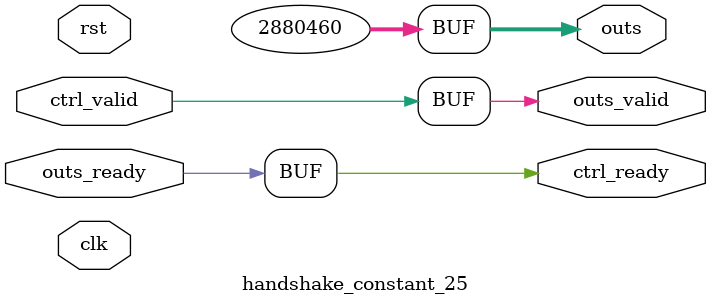
<source format=v>
`timescale 1ns / 1ps
module handshake_constant_25 #(
  parameter DATA_WIDTH = 32  // Default set to 32 bits
) (
  input                       clk,
  input                       rst,
  // Input Channel
  input                       ctrl_valid,
  output                      ctrl_ready,
  // Output Channel
  output [DATA_WIDTH - 1 : 0] outs,
  output                      outs_valid,
  input                       outs_ready
);
  assign outs       = 22'b1010111111001111001100;
  assign outs_valid = ctrl_valid;
  assign ctrl_ready = outs_ready;

endmodule

</source>
